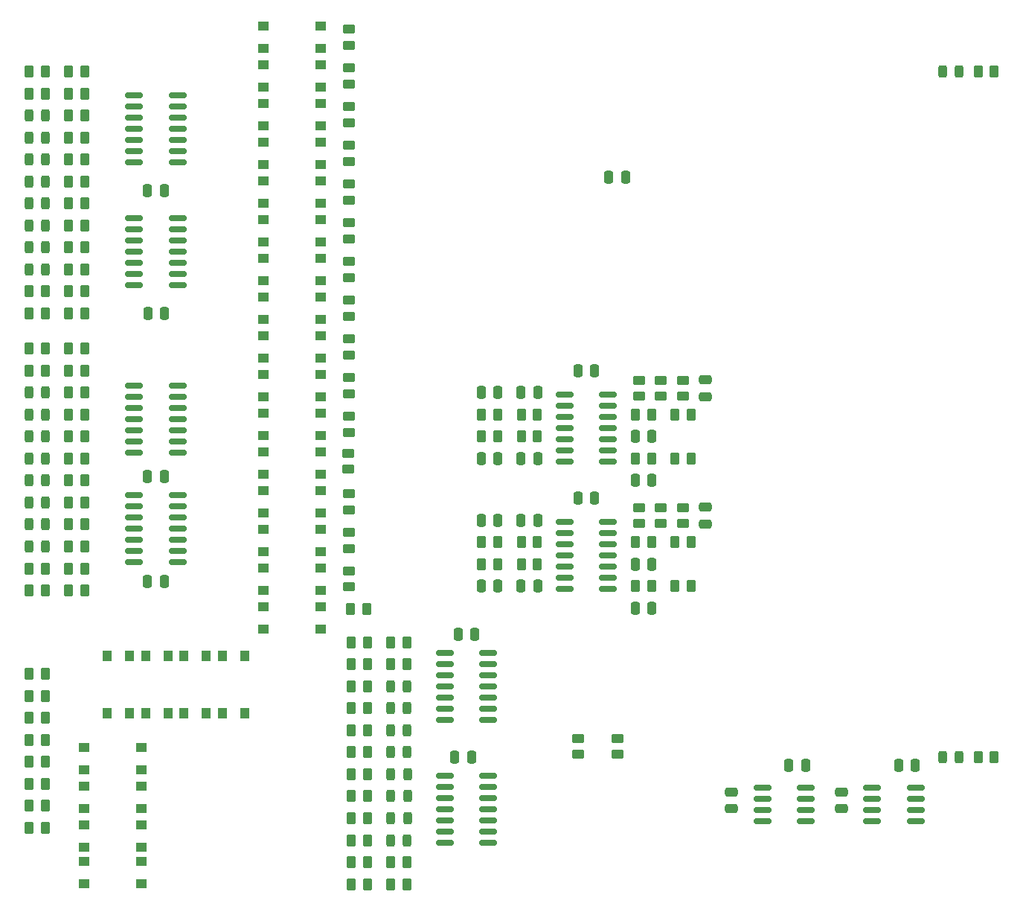
<source format=gbr>
%TF.GenerationSoftware,KiCad,Pcbnew,6.0.7-1.fc36*%
%TF.CreationDate,2022-08-21T12:52:59+01:00*%
%TF.ProjectId,controller,636f6e74-726f-46c6-9c65-722e6b696361,rev?*%
%TF.SameCoordinates,Original*%
%TF.FileFunction,Paste,Top*%
%TF.FilePolarity,Positive*%
%FSLAX46Y46*%
G04 Gerber Fmt 4.6, Leading zero omitted, Abs format (unit mm)*
G04 Created by KiCad (PCBNEW 6.0.7-1.fc36) date 2022-08-21 12:52:59*
%MOMM*%
%LPD*%
G01*
G04 APERTURE LIST*
G04 Aperture macros list*
%AMRoundRect*
0 Rectangle with rounded corners*
0 $1 Rounding radius*
0 $2 $3 $4 $5 $6 $7 $8 $9 X,Y pos of 4 corners*
0 Add a 4 corners polygon primitive as box body*
4,1,4,$2,$3,$4,$5,$6,$7,$8,$9,$2,$3,0*
0 Add four circle primitives for the rounded corners*
1,1,$1+$1,$2,$3*
1,1,$1+$1,$4,$5*
1,1,$1+$1,$6,$7*
1,1,$1+$1,$8,$9*
0 Add four rect primitives between the rounded corners*
20,1,$1+$1,$2,$3,$4,$5,0*
20,1,$1+$1,$4,$5,$6,$7,0*
20,1,$1+$1,$6,$7,$8,$9,0*
20,1,$1+$1,$8,$9,$2,$3,0*%
G04 Aperture macros list end*
%ADD10RoundRect,0.250000X0.250000X0.475000X-0.250000X0.475000X-0.250000X-0.475000X0.250000X-0.475000X0*%
%ADD11RoundRect,0.250000X-0.250000X-0.475000X0.250000X-0.475000X0.250000X0.475000X-0.250000X0.475000X0*%
%ADD12RoundRect,0.250000X0.475000X-0.250000X0.475000X0.250000X-0.475000X0.250000X-0.475000X-0.250000X0*%
%ADD13RoundRect,0.250000X-0.262500X-0.450000X0.262500X-0.450000X0.262500X0.450000X-0.262500X0.450000X0*%
%ADD14RoundRect,0.250000X0.262500X0.450000X-0.262500X0.450000X-0.262500X-0.450000X0.262500X-0.450000X0*%
%ADD15RoundRect,0.250000X0.450000X-0.262500X0.450000X0.262500X-0.450000X0.262500X-0.450000X-0.262500X0*%
%ADD16RoundRect,0.150000X-0.825000X-0.150000X0.825000X-0.150000X0.825000X0.150000X-0.825000X0.150000X0*%
%ADD17R,1.200000X1.000000*%
%ADD18RoundRect,0.243750X0.243750X0.456250X-0.243750X0.456250X-0.243750X-0.456250X0.243750X-0.456250X0*%
%ADD19RoundRect,0.243750X-0.243750X-0.456250X0.243750X-0.456250X0.243750X0.456250X-0.243750X0.456250X0*%
%ADD20R,1.000000X1.200000*%
%ADD21RoundRect,0.250000X-0.450000X0.262500X-0.450000X-0.262500X0.450000X-0.262500X0.450000X0.262500X0*%
G04 APERTURE END LIST*
D10*
%TO.C,C1*%
X129950000Y-63500000D03*
X128050000Y-63500000D03*
%TD*%
D11*
%TO.C,C2*%
X148550000Y-130365000D03*
X150450000Y-130365000D03*
%TD*%
D12*
%TO.C,C3*%
X142000000Y-135315000D03*
X142000000Y-133415000D03*
%TD*%
D11*
%TO.C,C4*%
X161050000Y-130365000D03*
X162950000Y-130365000D03*
%TD*%
D12*
%TO.C,C5*%
X154500000Y-135315000D03*
X154500000Y-133415000D03*
%TD*%
D10*
%TO.C,C6*%
X119950000Y-102500000D03*
X118050000Y-102500000D03*
%TD*%
%TO.C,C8*%
X126450000Y-100000000D03*
X124550000Y-100000000D03*
%TD*%
%TO.C,C9*%
X119950000Y-110000000D03*
X118050000Y-110000000D03*
%TD*%
D13*
%TO.C,R1*%
X170087500Y-51500000D03*
X171912500Y-51500000D03*
%TD*%
%TO.C,R2*%
X170087500Y-129500000D03*
X171912500Y-129500000D03*
%TD*%
%TO.C,R3*%
X113587500Y-105000000D03*
X115412500Y-105000000D03*
%TD*%
%TO.C,R4*%
X118087500Y-105000000D03*
X119912500Y-105000000D03*
%TD*%
%TO.C,R5*%
X113587500Y-107500000D03*
X115412500Y-107500000D03*
%TD*%
%TO.C,R6*%
X118087500Y-107500000D03*
X119912500Y-107500000D03*
%TD*%
D14*
%TO.C,R7*%
X137412500Y-110000000D03*
X135587500Y-110000000D03*
%TD*%
%TO.C,R8*%
X132912500Y-110000000D03*
X131087500Y-110000000D03*
%TD*%
%TO.C,R9*%
X132912500Y-105000000D03*
X131087500Y-105000000D03*
%TD*%
D13*
%TO.C,R10*%
X135587500Y-105000000D03*
X137412500Y-105000000D03*
%TD*%
D15*
%TO.C,R11*%
X136500000Y-102912500D03*
X136500000Y-101087500D03*
%TD*%
%TO.C,R13*%
X131500000Y-102912500D03*
X131500000Y-101087500D03*
%TD*%
D14*
%TO.C,R23*%
X68412500Y-54000000D03*
X66587500Y-54000000D03*
%TD*%
D16*
%TO.C,U3*%
X123025000Y-102690000D03*
X123025000Y-103960000D03*
X123025000Y-105230000D03*
X123025000Y-106500000D03*
X123025000Y-107770000D03*
X123025000Y-109040000D03*
X123025000Y-110310000D03*
X127975000Y-110310000D03*
X127975000Y-109040000D03*
X127975000Y-107770000D03*
X127975000Y-106500000D03*
X127975000Y-105230000D03*
X127975000Y-103960000D03*
X127975000Y-102690000D03*
%TD*%
D15*
%TO.C,R12*%
X134000000Y-102912500D03*
X134000000Y-101087500D03*
%TD*%
D17*
%TO.C,O10*%
X95250000Y-88470000D03*
X95250000Y-85930000D03*
X88750000Y-85930000D03*
X88750000Y-88470000D03*
%TD*%
%TO.C,O9*%
X95250000Y-84070000D03*
X95250000Y-81530000D03*
X88750000Y-81530000D03*
X88750000Y-84070000D03*
%TD*%
D11*
%TO.C,C7*%
X113550000Y-102500000D03*
X115450000Y-102500000D03*
%TD*%
D16*
%TO.C,U2*%
X158025000Y-132960000D03*
X158025000Y-134230000D03*
X158025000Y-135500000D03*
X158025000Y-136770000D03*
X162975000Y-136770000D03*
X162975000Y-135500000D03*
X162975000Y-134230000D03*
X162975000Y-132960000D03*
%TD*%
D11*
%TO.C,C10*%
X113550000Y-110000000D03*
X115450000Y-110000000D03*
%TD*%
%TO.C,C11*%
X131050000Y-112500000D03*
X132950000Y-112500000D03*
%TD*%
%TO.C,C12*%
X131050000Y-107500000D03*
X132950000Y-107500000D03*
%TD*%
D12*
%TO.C,C13*%
X139000000Y-102950000D03*
X139000000Y-101050000D03*
%TD*%
D11*
%TO.C,C14*%
X75550000Y-65000000D03*
X77450000Y-65000000D03*
%TD*%
%TO.C,C15*%
X75587500Y-79000000D03*
X77487500Y-79000000D03*
%TD*%
%TO.C,C16*%
X75550000Y-109500000D03*
X77450000Y-109500000D03*
%TD*%
%TO.C,C19*%
X110550000Y-129500000D03*
X112450000Y-129500000D03*
%TD*%
D10*
%TO.C,C20*%
X119950000Y-88000000D03*
X118050000Y-88000000D03*
%TD*%
D11*
%TO.C,C21*%
X113550000Y-88000000D03*
X115450000Y-88000000D03*
%TD*%
D10*
%TO.C,C22*%
X126450000Y-85500000D03*
X124550000Y-85500000D03*
%TD*%
%TO.C,C23*%
X119950000Y-95500000D03*
X118050000Y-95500000D03*
%TD*%
D11*
%TO.C,C24*%
X113550000Y-95500000D03*
X115450000Y-95500000D03*
%TD*%
%TO.C,C25*%
X131050000Y-98000000D03*
X132950000Y-98000000D03*
%TD*%
%TO.C,C26*%
X131050000Y-93000000D03*
X132950000Y-93000000D03*
%TD*%
D12*
%TO.C,C27*%
X139000000Y-88450000D03*
X139000000Y-86550000D03*
%TD*%
D18*
%TO.C,LD1*%
X167937500Y-51500000D03*
X166062500Y-51500000D03*
%TD*%
%TO.C,LD2*%
X167937500Y-129500000D03*
X166062500Y-129500000D03*
%TD*%
%TO.C,LD3*%
X63937500Y-56500000D03*
X62062500Y-56500000D03*
%TD*%
%TO.C,LD4*%
X63937500Y-59000000D03*
X62062500Y-59000000D03*
%TD*%
%TO.C,LD10*%
X63912500Y-74000000D03*
X62037500Y-74000000D03*
%TD*%
D19*
%TO.C,LD19*%
X103237500Y-121400000D03*
X105112500Y-121400000D03*
%TD*%
%TO.C,LD20*%
X103237500Y-123900000D03*
X105112500Y-123900000D03*
%TD*%
%TO.C,LD21*%
X103237500Y-126400000D03*
X105112500Y-126400000D03*
%TD*%
%TO.C,LD23*%
X103262500Y-131400000D03*
X105137500Y-131400000D03*
%TD*%
%TO.C,LD24*%
X103262500Y-133900000D03*
X105137500Y-133900000D03*
%TD*%
%TO.C,LD25*%
X103262500Y-136400000D03*
X105137500Y-136400000D03*
%TD*%
%TO.C,LD26*%
X103237500Y-138900000D03*
X105112500Y-138900000D03*
%TD*%
D17*
%TO.C,O13*%
X95250000Y-114870000D03*
X95250000Y-112330000D03*
X88750000Y-112330000D03*
X88750000Y-114870000D03*
%TD*%
%TO.C,O14*%
X95250000Y-110470000D03*
X95250000Y-107930000D03*
X88750000Y-107930000D03*
X88750000Y-110470000D03*
%TD*%
%TO.C,O16*%
X95250000Y-101670000D03*
X95250000Y-99130000D03*
X88750000Y-99130000D03*
X88750000Y-101670000D03*
%TD*%
D20*
%TO.C,O17*%
X86670000Y-117950000D03*
X84130000Y-117950000D03*
X84130000Y-124450000D03*
X86670000Y-124450000D03*
%TD*%
%TO.C,O19*%
X77870000Y-117950000D03*
X75330000Y-117950000D03*
X75330000Y-124450000D03*
X77870000Y-124450000D03*
%TD*%
%TO.C,O20*%
X73470000Y-117950000D03*
X70930000Y-117950000D03*
X70930000Y-124450000D03*
X73470000Y-124450000D03*
%TD*%
D17*
%TO.C,O21*%
X68350000Y-128330000D03*
X68350000Y-130870000D03*
X74850000Y-130870000D03*
X74850000Y-128330000D03*
%TD*%
%TO.C,O23*%
X68350000Y-137130000D03*
X68350000Y-139670000D03*
X74850000Y-139670000D03*
X74850000Y-137130000D03*
%TD*%
D14*
%TO.C,R26*%
X68412500Y-51500000D03*
X66587500Y-51500000D03*
%TD*%
%TO.C,R28*%
X68412500Y-76500000D03*
X66587500Y-76500000D03*
%TD*%
%TO.C,R30*%
X68412500Y-79000000D03*
X66587500Y-79000000D03*
%TD*%
D13*
%TO.C,R34*%
X66587500Y-64000000D03*
X68412500Y-64000000D03*
%TD*%
%TO.C,R35*%
X66587500Y-66500000D03*
X68412500Y-66500000D03*
%TD*%
%TO.C,R36*%
X66587500Y-69000000D03*
X68412500Y-69000000D03*
%TD*%
%TO.C,R37*%
X66587500Y-71500000D03*
X68412500Y-71500000D03*
%TD*%
%TO.C,R38*%
X66587500Y-74000000D03*
X68412500Y-74000000D03*
%TD*%
D21*
%TO.C,R39*%
X98500000Y-81887500D03*
X98500000Y-83712500D03*
%TD*%
%TO.C,R40*%
X98500000Y-86287500D03*
X98500000Y-88112500D03*
%TD*%
%TO.C,R41*%
X98500000Y-90687500D03*
X98500000Y-92512500D03*
%TD*%
%TO.C,R42*%
X98400000Y-94887500D03*
X98400000Y-96712500D03*
%TD*%
D14*
%TO.C,R43*%
X100512500Y-112600000D03*
X98687500Y-112600000D03*
%TD*%
D21*
%TO.C,R44*%
X98500000Y-108287500D03*
X98500000Y-110112500D03*
%TD*%
%TO.C,R45*%
X98500000Y-103887500D03*
X98500000Y-105712500D03*
%TD*%
%TO.C,R46*%
X98500000Y-99487500D03*
X98500000Y-101312500D03*
%TD*%
D14*
%TO.C,R47*%
X68412500Y-85500000D03*
X66587500Y-85500000D03*
%TD*%
%TO.C,R48*%
X63912500Y-85500000D03*
X62087500Y-85500000D03*
%TD*%
%TO.C,R49*%
X63912500Y-83000000D03*
X62087500Y-83000000D03*
%TD*%
%TO.C,R50*%
X68412500Y-83000000D03*
X66587500Y-83000000D03*
%TD*%
%TO.C,R51*%
X68412500Y-108000000D03*
X66587500Y-108000000D03*
%TD*%
D13*
%TO.C,R52*%
X62087500Y-108000000D03*
X63912500Y-108000000D03*
%TD*%
D14*
%TO.C,R53*%
X68412500Y-110500000D03*
X66587500Y-110500000D03*
%TD*%
D13*
%TO.C,R63*%
X62087500Y-120000000D03*
X63912500Y-120000000D03*
%TD*%
%TO.C,R64*%
X62087500Y-122500000D03*
X63912500Y-122500000D03*
%TD*%
%TO.C,R65*%
X62087500Y-125000000D03*
X63912500Y-125000000D03*
%TD*%
%TO.C,R68*%
X62087500Y-132500000D03*
X63912500Y-132500000D03*
%TD*%
%TO.C,R69*%
X62087500Y-135000000D03*
X63912500Y-135000000D03*
%TD*%
%TO.C,R70*%
X62087500Y-137500000D03*
X63912500Y-137500000D03*
%TD*%
D14*
%TO.C,R71*%
X105087500Y-118900000D03*
X103262500Y-118900000D03*
%TD*%
%TO.C,R73*%
X105087500Y-116400000D03*
X103262500Y-116400000D03*
%TD*%
%TO.C,R74*%
X100587500Y-116400000D03*
X98762500Y-116400000D03*
%TD*%
%TO.C,R75*%
X105087500Y-141400000D03*
X103262500Y-141400000D03*
%TD*%
%TO.C,R76*%
X100587500Y-141400000D03*
X98762500Y-141400000D03*
%TD*%
%TO.C,R77*%
X105087500Y-143900000D03*
X103262500Y-143900000D03*
%TD*%
%TO.C,R78*%
X100587500Y-143900000D03*
X98762500Y-143900000D03*
%TD*%
%TO.C,R79*%
X100587500Y-121400000D03*
X98762500Y-121400000D03*
%TD*%
%TO.C,R80*%
X100587500Y-123900000D03*
X98762500Y-123900000D03*
%TD*%
%TO.C,R81*%
X100587500Y-126400000D03*
X98762500Y-126400000D03*
%TD*%
%TO.C,R82*%
X100587500Y-128900000D03*
X98762500Y-128900000D03*
%TD*%
%TO.C,R83*%
X100587500Y-131400000D03*
X98762500Y-131400000D03*
%TD*%
%TO.C,R84*%
X100587500Y-133900000D03*
X98762500Y-133900000D03*
%TD*%
D13*
%TO.C,R88*%
X118087500Y-90500000D03*
X119912500Y-90500000D03*
%TD*%
%TO.C,R89*%
X113587500Y-93000000D03*
X115412500Y-93000000D03*
%TD*%
%TO.C,R90*%
X118087500Y-93000000D03*
X119912500Y-93000000D03*
%TD*%
D14*
%TO.C,R91*%
X137412500Y-95500000D03*
X135587500Y-95500000D03*
%TD*%
%TO.C,R92*%
X132912500Y-95500000D03*
X131087500Y-95500000D03*
%TD*%
%TO.C,R93*%
X132912500Y-90500000D03*
X131087500Y-90500000D03*
%TD*%
D13*
%TO.C,R94*%
X135587500Y-90500000D03*
X137412500Y-90500000D03*
%TD*%
D15*
%TO.C,R95*%
X136500000Y-88412500D03*
X136500000Y-86587500D03*
%TD*%
%TO.C,R96*%
X134000000Y-88412500D03*
X134000000Y-86587500D03*
%TD*%
%TO.C,R97*%
X131500000Y-88412500D03*
X131500000Y-86587500D03*
%TD*%
D21*
%TO.C,R98*%
X124550000Y-127337500D03*
X124550000Y-129162500D03*
%TD*%
D16*
%TO.C,U5*%
X74025000Y-68190000D03*
X74025000Y-69460000D03*
X74025000Y-70730000D03*
X74025000Y-72000000D03*
X74025000Y-73270000D03*
X74025000Y-74540000D03*
X74025000Y-75810000D03*
X78975000Y-75810000D03*
X78975000Y-74540000D03*
X78975000Y-73270000D03*
X78975000Y-72000000D03*
X78975000Y-70730000D03*
X78975000Y-69460000D03*
X78975000Y-68190000D03*
%TD*%
%TO.C,U6*%
X74025000Y-87190000D03*
X74025000Y-88460000D03*
X74025000Y-89730000D03*
X74025000Y-91000000D03*
X74025000Y-92270000D03*
X74025000Y-93540000D03*
X74025000Y-94810000D03*
X78975000Y-94810000D03*
X78975000Y-93540000D03*
X78975000Y-92270000D03*
X78975000Y-91000000D03*
X78975000Y-89730000D03*
X78975000Y-88460000D03*
X78975000Y-87190000D03*
%TD*%
%TO.C,U7*%
X74050000Y-99690000D03*
X74050000Y-100960000D03*
X74050000Y-102230000D03*
X74050000Y-103500000D03*
X74050000Y-104770000D03*
X74050000Y-106040000D03*
X74050000Y-107310000D03*
X79000000Y-107310000D03*
X79000000Y-106040000D03*
X79000000Y-104770000D03*
X79000000Y-103500000D03*
X79000000Y-102230000D03*
X79000000Y-100960000D03*
X79000000Y-99690000D03*
%TD*%
%TO.C,U8*%
X109400000Y-117590000D03*
X109400000Y-118860000D03*
X109400000Y-120130000D03*
X109400000Y-121400000D03*
X109400000Y-122670000D03*
X109400000Y-123940000D03*
X109400000Y-125210000D03*
X114350000Y-125210000D03*
X114350000Y-123940000D03*
X114350000Y-122670000D03*
X114350000Y-121400000D03*
X114350000Y-120130000D03*
X114350000Y-118860000D03*
X114350000Y-117590000D03*
%TD*%
%TO.C,U10*%
X123025000Y-88190000D03*
X123025000Y-89460000D03*
X123025000Y-90730000D03*
X123025000Y-92000000D03*
X123025000Y-93270000D03*
X123025000Y-94540000D03*
X123025000Y-95810000D03*
X127975000Y-95810000D03*
X127975000Y-94540000D03*
X127975000Y-93270000D03*
X127975000Y-92000000D03*
X127975000Y-90730000D03*
X127975000Y-89460000D03*
X127975000Y-88190000D03*
%TD*%
D17*
%TO.C,O11*%
X95250000Y-92870000D03*
X95250000Y-90330000D03*
X88750000Y-90330000D03*
X88750000Y-92870000D03*
%TD*%
D16*
%TO.C,U4*%
X74025000Y-54190000D03*
X74025000Y-55460000D03*
X74025000Y-56730000D03*
X74025000Y-58000000D03*
X74025000Y-59270000D03*
X74025000Y-60540000D03*
X74025000Y-61810000D03*
X78975000Y-61810000D03*
X78975000Y-60540000D03*
X78975000Y-59270000D03*
X78975000Y-58000000D03*
X78975000Y-56730000D03*
X78975000Y-55460000D03*
X78975000Y-54190000D03*
%TD*%
D13*
%TO.C,R32*%
X66587500Y-59000000D03*
X68412500Y-59000000D03*
%TD*%
%TO.C,R33*%
X66587500Y-61500000D03*
X68412500Y-61500000D03*
%TD*%
%TO.C,R31*%
X66587500Y-56500000D03*
X68412500Y-56500000D03*
%TD*%
D17*
%TO.C,O5*%
X95250000Y-66470000D03*
X95250000Y-63930000D03*
X88750000Y-63930000D03*
X88750000Y-66470000D03*
%TD*%
%TO.C,O6*%
X95250000Y-70870000D03*
X95250000Y-68330000D03*
X88750000Y-68330000D03*
X88750000Y-70870000D03*
%TD*%
%TO.C,O7*%
X95250000Y-75270000D03*
X95250000Y-72730000D03*
X88750000Y-72730000D03*
X88750000Y-75270000D03*
%TD*%
%TO.C,O8*%
X95250000Y-79670000D03*
X95250000Y-77130000D03*
X88750000Y-77130000D03*
X88750000Y-79670000D03*
%TD*%
D21*
%TO.C,R19*%
X98500000Y-64287500D03*
X98500000Y-66112500D03*
%TD*%
%TO.C,R20*%
X98500000Y-68687500D03*
X98500000Y-70512500D03*
%TD*%
%TO.C,R21*%
X98500000Y-73087500D03*
X98500000Y-74912500D03*
%TD*%
%TO.C,R22*%
X98500000Y-77487500D03*
X98500000Y-79312500D03*
%TD*%
D14*
%TO.C,R24*%
X63912500Y-51500000D03*
X62087500Y-51500000D03*
%TD*%
%TO.C,R25*%
X63912500Y-54000000D03*
X62087500Y-54000000D03*
%TD*%
D13*
%TO.C,R27*%
X62087500Y-76500000D03*
X63912500Y-76500000D03*
%TD*%
%TO.C,R29*%
X62087500Y-79000000D03*
X63912500Y-79000000D03*
%TD*%
D18*
%TO.C,LD8*%
X63937500Y-69000000D03*
X62062500Y-69000000D03*
%TD*%
%TO.C,LD7*%
X63912500Y-66500000D03*
X62037500Y-66500000D03*
%TD*%
%TO.C,LD6*%
X63912500Y-64000000D03*
X62037500Y-64000000D03*
%TD*%
%TO.C,LD9*%
X63962500Y-71500000D03*
X62087500Y-71500000D03*
%TD*%
%TO.C,LD5*%
X63937500Y-61500000D03*
X62062500Y-61500000D03*
%TD*%
D17*
%TO.C,O12*%
X95250000Y-97270000D03*
X95250000Y-94730000D03*
X88750000Y-94730000D03*
X88750000Y-97270000D03*
%TD*%
%TO.C,O15*%
X95250000Y-106070000D03*
X95250000Y-103530000D03*
X88750000Y-103530000D03*
X88750000Y-106070000D03*
%TD*%
D20*
%TO.C,O18*%
X82270000Y-117950000D03*
X79730000Y-117950000D03*
X79730000Y-124450000D03*
X82270000Y-124450000D03*
%TD*%
D17*
%TO.C,O22*%
X68350000Y-132730000D03*
X68350000Y-135270000D03*
X74850000Y-135270000D03*
X74850000Y-132730000D03*
%TD*%
%TO.C,O24*%
X68350000Y-141330000D03*
X68350000Y-143870000D03*
X74850000Y-143870000D03*
X74850000Y-141330000D03*
%TD*%
%TO.C,O1*%
X95250000Y-48870000D03*
X95250000Y-46330000D03*
X88750000Y-46330000D03*
X88750000Y-48870000D03*
%TD*%
%TO.C,O2*%
X95250000Y-53270000D03*
X95250000Y-50730000D03*
X88750000Y-50730000D03*
X88750000Y-53270000D03*
%TD*%
%TO.C,O3*%
X95250000Y-57670000D03*
X95250000Y-55130000D03*
X88750000Y-55130000D03*
X88750000Y-57670000D03*
%TD*%
%TO.C,O4*%
X95250000Y-62070000D03*
X95250000Y-59530000D03*
X88750000Y-59530000D03*
X88750000Y-62070000D03*
%TD*%
D21*
%TO.C,R15*%
X98500000Y-46687500D03*
X98500000Y-48512500D03*
%TD*%
%TO.C,R16*%
X98500000Y-51087500D03*
X98500000Y-52912500D03*
%TD*%
%TO.C,R17*%
X98500000Y-55487500D03*
X98500000Y-57312500D03*
%TD*%
%TO.C,R18*%
X98500000Y-59887500D03*
X98500000Y-61712500D03*
%TD*%
D18*
%TO.C,LD12*%
X63937500Y-90500000D03*
X62062500Y-90500000D03*
%TD*%
%TO.C,LD13*%
X63937500Y-93000000D03*
X62062500Y-93000000D03*
%TD*%
%TO.C,LD14*%
X63912500Y-95500000D03*
X62037500Y-95500000D03*
%TD*%
%TO.C,LD15*%
X63937500Y-98000000D03*
X62062500Y-98000000D03*
%TD*%
%TO.C,LD16*%
X63937500Y-100500000D03*
X62062500Y-100500000D03*
%TD*%
%TO.C,LD17*%
X63937500Y-103000000D03*
X62062500Y-103000000D03*
%TD*%
%TO.C,LD18*%
X63937500Y-105500000D03*
X62062500Y-105500000D03*
%TD*%
D13*
%TO.C,R55*%
X66587500Y-88000000D03*
X68412500Y-88000000D03*
%TD*%
%TO.C,R57*%
X66587500Y-93000000D03*
X68412500Y-93000000D03*
%TD*%
%TO.C,R58*%
X66587500Y-95500000D03*
X68412500Y-95500000D03*
%TD*%
%TO.C,R59*%
X66587500Y-98000000D03*
X68412500Y-98000000D03*
%TD*%
%TO.C,R60*%
X66587500Y-100500000D03*
X68412500Y-100500000D03*
%TD*%
%TO.C,R61*%
X66587500Y-103000000D03*
X68412500Y-103000000D03*
%TD*%
%TO.C,R62*%
X66587500Y-105500000D03*
X68412500Y-105500000D03*
%TD*%
D18*
%TO.C,LD11*%
X63937500Y-88000000D03*
X62062500Y-88000000D03*
%TD*%
D13*
%TO.C,R56*%
X66587500Y-90500000D03*
X68412500Y-90500000D03*
%TD*%
D11*
%TO.C,C17*%
X75550000Y-97500000D03*
X77450000Y-97500000D03*
%TD*%
D13*
%TO.C,R54*%
X62087500Y-110500000D03*
X63912500Y-110500000D03*
%TD*%
D11*
%TO.C,C18*%
X110925000Y-115500000D03*
X112825000Y-115500000D03*
%TD*%
D13*
%TO.C,R66*%
X62087500Y-127500000D03*
X63912500Y-127500000D03*
%TD*%
%TO.C,R67*%
X62087500Y-130000000D03*
X63912500Y-130000000D03*
%TD*%
D16*
%TO.C,U9*%
X109400000Y-131590000D03*
X109400000Y-132860000D03*
X109400000Y-134130000D03*
X109400000Y-135400000D03*
X109400000Y-136670000D03*
X109400000Y-137940000D03*
X109400000Y-139210000D03*
X114350000Y-139210000D03*
X114350000Y-137940000D03*
X114350000Y-136670000D03*
X114350000Y-135400000D03*
X114350000Y-134130000D03*
X114350000Y-132860000D03*
X114350000Y-131590000D03*
%TD*%
D19*
%TO.C,LD22*%
X103237500Y-128900000D03*
X105112500Y-128900000D03*
%TD*%
D14*
%TO.C,R85*%
X100587500Y-136400000D03*
X98762500Y-136400000D03*
%TD*%
%TO.C,R86*%
X100587500Y-138900000D03*
X98762500Y-138900000D03*
%TD*%
D13*
%TO.C,R87*%
X113587500Y-90500000D03*
X115412500Y-90500000D03*
%TD*%
D14*
%TO.C,R72*%
X100587500Y-118900000D03*
X98762500Y-118900000D03*
%TD*%
D16*
%TO.C,U1*%
X145525000Y-132960000D03*
X145525000Y-134230000D03*
X145525000Y-135500000D03*
X145525000Y-136770000D03*
X150475000Y-136770000D03*
X150475000Y-135500000D03*
X150475000Y-134230000D03*
X150475000Y-132960000D03*
%TD*%
D21*
%TO.C,R14*%
X129050000Y-127337500D03*
X129050000Y-129162500D03*
%TD*%
M02*

</source>
